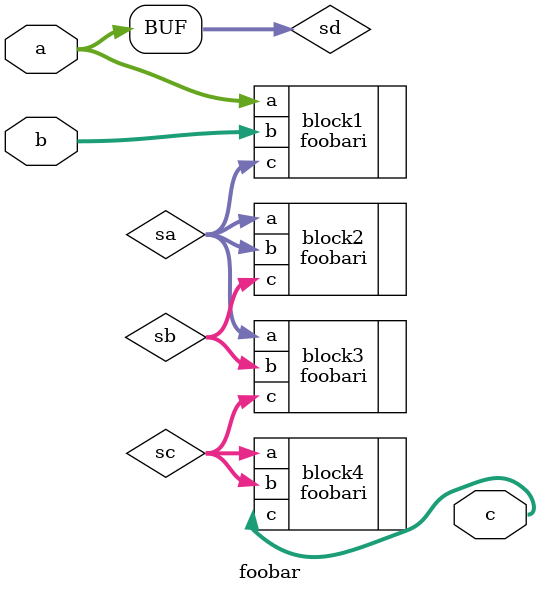
<source format=sv>
module foobar (a, b, c);
input  integer   a,b;
output integer    c;

wire integer sa,sb,sc,sd;

assign sd = a;
	
foobari block1(.a(sd), .b(b),  .c(sa));
foobari block2(.a(sa), .b(sa), .c(sb));
foobari block3(.a(sa), .b(sb), .c(sc));
foobari block4(.a(sc), .b(sc), .c(c));
	

endmodule


</source>
